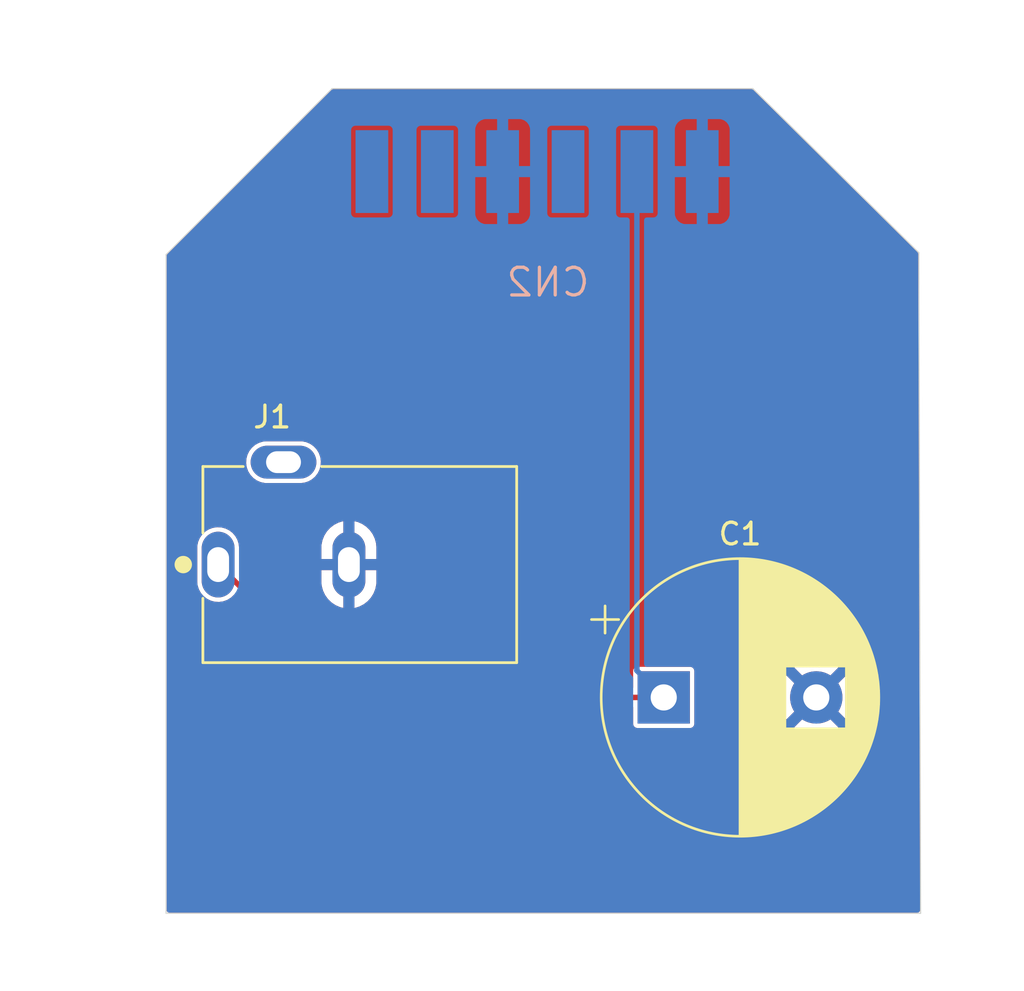
<source format=kicad_pcb>
(kicad_pcb (version 20211014) (generator pcbnew)
  (layers (0 "F.Cu" signal) (31 "B.Cu" signal) (34 "B.Paste" user) (35 "F.Paste" user) (36 "B.SilkS" user "B.Silkscreen") (37 "F.SilkS" user "F.Silkscreen") (38 "B.Mask" user) (39 "F.Mask" user) (44 "Edge.Cuts" user))
  (net 0 "")
  (net 1 "+5V")
  (net 2 "GND")
  (footprint "Capacitor_THT:CP_Radial_D12.5mm_P6.00mm" (layer "F.Cu") (at 146.266041 117.856)
    (fp_text reference "C1" (at 2.5 -7.5) (layer "F.SilkS"))
    (fp_text value "C_Polarized")
    (fp_line (start 5.501 -5.58) (end 5.501 -1.44) (layer "F.SilkS") (width 0.12))
    (fp_line (start 4.941 -5.845) (end 4.941 -1.44) (layer "F.SilkS") (width 0.12))
    (fp_line (start 3.701 -6.216) (end 3.701 -1.44) (layer "F.SilkS") (width 0.12))
    (fp_line (start 3.02 -6.309) (end 3.02 6.309) (layer "F.SilkS") (width 0.12))
    (fp_line (start -3.692082 -4.2) (end -3.692082 -2.95) (layer "F.SilkS") (width 0.12))
    (fp_line (start 4.341 -6.059) (end 4.341 -1.44) (layer "F.SilkS") (width 0.12))
    (fp_line (start 4.901 -5.861) (end 4.901 -1.44) (layer "F.SilkS") (width 0.12))
    (fp_line (start 5.181 -5.739) (end 5.181 -1.44) (layer "F.SilkS") (width 0.12))
    (fp_line (start 4.101 -6.126) (end 4.101 -1.44) (layer "F.SilkS") (width 0.12))
    (fp_line (start 8.661 -1.583) (end 8.661 1.583) (layer "F.SilkS") (width 0.12))
    (fp_line (start 3.741 1.44) (end 3.741 6.209) (layer "F.SilkS") (width 0.12))
    (fp_line (start 4.821 -5.893) (end 4.821 -1.44) (layer "F.SilkS") (width 0.12))
    (fp_line (start 2.62 -6.329) (end 2.62 6.329) (layer "F.SilkS") (width 0.12))
    (fp_line (start 4.021 -6.146) (end 4.021 -1.44) (layer "F.SilkS") (width 0.12))
    (fp_line (start 5.701 -5.468) (end 5.701 -1.44) (layer "F.SilkS") (width 0.12))
    (fp_line (start 2.58 -6.33) (end 2.58 6.33) (layer "F.SilkS") (width 0.12))
    (fp_line (start 2.7 -6.327) (end 2.7 6.327) (layer "F.SilkS") (width 0.12))
    (fp_line (start 5.861 -5.372) (end 5.861 -1.44) (layer "F.SilkS") (width 0.12))
    (fp_line (start 3.701 1.44) (end 3.701 6.216) (layer "F.SilkS") (width 0.12))
    (fp_line (start 5.861 1.44) (end 5.861 5.372) (layer "F.SilkS") (width 0.12))
    (fp_line (start 4.381 1.44) (end 4.381 6.047) (layer "F.SilkS") (width 0.12))
    (fp_line (start 4.741 1.44) (end 4.741 5.924) (layer "F.SilkS") (width 0.12))
    (fp_line (start 3.261 -6.285) (end 3.261 6.285) (layer "F.SilkS") (width 0.12))
    (fp_line (start 4.461 -6.021) (end 4.461 -1.44) (layer "F.SilkS") (width 0.12))
    (fp_line (start 8.701 -1.422) (end 8.701 1.422) (layer "F.SilkS") (width 0.12))
    (fp_line (start 4.541 -5.995) (end 4.541 -1.44) (layer "F.SilkS") (width 0.12))
    (fp_line (start 3.501 -6.252) (end 3.501 6.252) (layer "F.SilkS") (width 0.12))
    (fp_line (start 4.861 -5.877) (end 4.861 -1.44) (layer "F.SilkS") (width 0.12))
    (fp_line (start 8.861 -0.317) (end 8.861 0.317) (layer "F.SilkS") (width 0.12))
    (fp_line (start 5.221 -5.721) (end 5.221 -1.44) (layer "F.SilkS") (width 0.12))
    (fp_line (start 4.621 -5.967) (end 4.621 -1.44) (layer "F.SilkS") (width 0.12))
    (fp_line (start 5.141 1.44) (end 5.141 5.758) (layer "F.SilkS") (width 0.12))
    (fp_line (start 4.661 1.44) (end 4.661 5.953) (layer "F.SilkS") (width 0.12))
    (fp_line (start 5.381 1.44) (end 5.381 5.642) (layer "F.SilkS") (width 0.12))
    (fp_line (start 4.821 1.44) (end 4.821 5.893) (layer "F.SilkS") (width 0.12))
    (fp_line (start 6.101 1.44) (end 6.101 5.216) (layer "F.SilkS") (width 0.12))
    (fp_line (start 4.861 1.44) (end 4.861 5.877) (layer "F.SilkS") (width 0.12))
    (fp_line (start 5.621 -5.514) (end 5.621 -1.44) (layer "F.SilkS") (width 0.12))
    (fp_line (start 5.661 -5.491) (end 5.661 -1.44) (layer "F.SilkS") (width 0.12))
    (fp_line (start 3.661 -6.224) (end 3.661 -1.44) (layer "F.SilkS") (width 0.12))
    (fp_line (start 3.06 -6.306) (end 3.06 6.306) (layer "F.SilkS") (width 0.12))
    (fp_line (start 4.981 -5.828) (end 4.981 -1.44) (layer "F.SilkS") (width 0.12))
    (fp_line (start 5.061 1.44) (end 5.061 5.793) (layer "F.SilkS") (width 0.12))
    (fp_line (start 5.261 1.44) (end 5.261 5.702) (layer "F.SilkS") (width 0.12))
    (fp_line (start 4.501 -6.008) (end 4.501 -1.44) (layer "F.SilkS") (width 0.12))
    (fp_line (start 4.701 -5.939) (end 4.701 -1.44) (layer "F.SilkS") (width 0.12))
    (fp_line (start 2.98 -6.312) (end 2.98 6.312) (layer "F.SilkS") (width 0.12))
    (fp_line (start 8.501 -2.1) (end 8.501 2.1) (layer "F.SilkS") (width 0.12))
    (fp_line (start 4.781 -5.908) (end 4.781 -1.44) (layer "F.SilkS") (width 0.12))
    (fp_line (start 5.101 1.44) (end 5.101 5.776) (layer "F.SilkS") (width 0.12))
    (fp_line (start 3.541 -6.245) (end 3.541 6.245) (layer "F.SilkS") (width 0.12))
    (fp_line (start 5.781 -5.421) (end 5.781 -1.44) (layer "F.SilkS") (width 0.12))
    (fp_line (start 3.341 -6.275) (end 3.341 6.275) (layer "F.SilkS") (width 0.12))
    (fp_line (start 5.181 1.44) (end 5.181 5.739) (layer "F.SilkS") (width 0.12))
    (fp_line (start 4.981 1.44) (end 4.981 5.828) (layer "F.SilkS") (width 0.12))
    (fp_line (start 2.94 -6.315) (end 2.94 6.315) (layer "F.SilkS") (width 0.12))
    (fp_line (start 2.78 -6.324) (end 2.78 6.324) (layer "F.SilkS") (width 0.12))
    (fp_line (start 5.341 -5.662) (end 5.341 -1.44) (layer "F.SilkS") (width 0.12))
    (fp_line (start 5.261 -5.702) (end 5.261 -1.44) (layer "F.SilkS") (width 0.12))
    (fp_line (start 5.021 -5.811) (end 5.021 -1.44) (layer "F.SilkS") (width 0.12))
    (fp_line (start 3.221 -6.29) (end 3.221 6.29) (layer "F.SilkS") (width 0.12))
    (fp_line (start 5.301 -5.682) (end 5.301 -1.44) (layer "F.SilkS") (width 0.12))
    (fp_line (start 4.261 1.44) (end 4.261 6.083) (layer "F.SilkS") (width 0.12))
    (fp_line (start 3.661 1.44) (end 3.661 6.224) (layer "F.SilkS") (width 0.12))
    (fp_line (start 5.581 1.44) (end 5.581 5.536) (layer "F.SilkS") (width 0.12))
    (fp_line (start 3.941 -6.166) (end 3.941 -1.44) (layer "F.SilkS") (width 0.12))
    (fp_line (start 3.821 -6.192) (end 3.821 -1.44) (layer "F.SilkS") (width 0.12))
    (fp_line (start 5.301 1.44) (end 5.301 5.682) (layer "F.SilkS") (width 0.12))
    (fp_line (start 3.861 -6.184) (end 3.861 -1.44) (layer "F.SilkS") (width 0.12))
    (fp_line (start 5.221 1.44) (end 5.221 5.721) (layer "F.SilkS") (width 0.12))
    (fp_line (start 4.781 1.44) (end 4.781 5.908) (layer "F.SilkS") (width 0.12))
    (fp_line (start 4.301 1.44) (end 4.301 6.071) (layer "F.SilkS") (width 0.12))
    (fp_line (start 4.661 -5.953) (end 4.661 -1.44) (layer "F.SilkS") (width 0.12))
    (fp_line (start 4.421 1.44) (end 4.421 6.034) (layer "F.SilkS") (width 0.12))
    (fp_line (start 6.021 1.44) (end 6.021 5.27) (layer "F.SilkS") (width 0.12))
    (fp_line (start 6.101 -5.216) (end 6.101 -1.44) (layer "F.SilkS") (width 0.12))
    (fp_line (start 8.581 -1.861) (end 8.581 1.861) (layer "F.SilkS") (width 0.12))
    (fp_line (start 3.941 1.44) (end 3.941 6.166) (layer "F.SilkS") (width 0.12))
    (fp_line (start 2.5 -6.33) (end 2.5 6.33) (layer "F.SilkS") (width 0.12))
    (fp_line (start 8.541 -1.984) (end 8.541 1.984) (layer "F.SilkS") (width 0.12))
    (fp_line (start 6.061 -5.243) (end 6.061 -1.44) (layer "F.SilkS") (width 0.12))
    (fp_line (start 5.901 1.44) (end 5.901 5.347) (layer "F.SilkS") (width 0.12))
    (fp_line (start 5.341 1.44) (end 5.341 5.662) (layer "F.SilkS") (width 0.12))
    (fp_line (start 5.941 1.44) (end 5.941 5.322) (layer "F.SilkS") (width 0.12))
    (fp_line (start 3.861 1.44) (end 3.861 6.184) (layer "F.SilkS") (width 0.12))
    (fp_line (start -4.317082 -3.575) (end -3.067082 -3.575) (layer "F.SilkS") (width 0.12))
    (fp_line (start 5.981 -5.296) (end 5.981 -1.44) (layer "F.SilkS") (width 0.12))
    (fp_line (start 3.421 -6.264) (end 3.421 6.264) (layer "F.SilkS") (width 0.12))
    (fp_line (start 2.9 -6.318) (end 2.9 6.318) (layer "F.SilkS") (width 0.12))
    (fp_line (start 4.061 1.44) (end 4.061 6.137) (layer "F.SilkS") (width 0.12))
    (fp_line (start 6.061 1.44) (end 6.061 5.243) (layer "F.SilkS") (width 0.12))
    (fp_line (start 5.981 1.44) (end 5.981 5.296) (layer "F.SilkS") (width 0.12))
    (fp_line (start 4.301 -6.071) (end 4.301 -1.44) (layer "F.SilkS") (width 0.12))
    (fp_line (start 6.141 -5.188) (end 6.141 -1.44) (layer "F.SilkS") (width 0.12))
    (fp_line (start 5.661 1.44) (end 5.661 5.491) (layer "F.SilkS") (width 0.12))
    (fp_line (start 5.581 -5.536) (end 5.581 -1.44) (layer "F.SilkS") (width 0.12))
    (fp_line (start 4.741 -5.924) (end 4.741 -1.44) (layer "F.SilkS") (width 0.12))
    (fp_line (start 5.461 1.44) (end 5.461 5.601) (layer "F.SilkS") (width 0.12))
    (fp_line (start 3.18 -6.294) (end 3.18 6.294) (layer "F.SilkS") (width 0.12))
    (fp_line (start 4.621 1.44) (end 4.621 5.967) (layer "F.SilkS") (width 0.12))
    (fp_line (start 4.181 1.44) (end 4.181 6.105) (layer "F.SilkS") (width 0.12))
    (fp_line (start 5.741 1.44) (end 5.741 5.445) (layer "F.SilkS") (width 0.12))
    (fp_line (start 3.741 -6.209) (end 3.741 -1.44) (layer "F.SilkS") (width 0.12))
    (fp_line (start 5.701 1.44) (end 5.701 5.468) (layer "F.SilkS") (width 0.12))
    (fp_line (start 8.621 -1.728) (end 8.621 1.728) (layer "F.SilkS") (width 0.12))
    (fp_line (start 5.901 -5.347) (end 5.901 -1.44) (layer "F.SilkS") (width 0.12))
    (fp_line (start 3.1 -6.302) (end 3.1 6.302) (layer "F.SilkS") (width 0.12))
    (fp_line (start 5.621 1.44) (end 5.621 5.514) (layer "F.SilkS") (width 0.12))
    (fp_line (start 3.581 -6.238) (end 3.581 -1.44) (layer "F.SilkS") (width 0.12))
    (fp_line (start 3.901 -6.175) (end 3.901 -1.44) (layer "F.SilkS") (width 0.12))
    (fp_line (start 4.061 -6.137) (end 4.061 -1.44) (layer "F.SilkS") (width 0.12))
    (fp_line (start 3.461 -6.258) (end 3.461 6.258) (layer "F.SilkS") (width 0.12))
    (fp_line (start 4.901 1.44) (end 4.901 5.861) (layer "F.SilkS") (width 0.12))
    (fp_line (start 5.461 -5.601) (end 5.461 -1.44) (layer "F.SilkS") (width 0.12))
    (fp_line (start 4.181 -6.105) (end 4.181 -1.44) (layer "F.SilkS") (width 0.12))
    (fp_line (start 5.821 -5.397) (end 5.821 -1.44) (layer "F.SilkS") (width 0.12))
    (fp_line (start 3.14 -6.298) (end 3.14 6.298) (layer "F.SilkS") (width 0.12))
    (fp_line (start 8.781 -1.028) (end 8.781 1.028) (layer "F.SilkS") (width 0.12))
    (fp_line (start 4.261 -6.083) (end 4.261 -1.44) (layer "F.SilkS") (width 0.12))
    (fp_line (start 8.421 -2.312) (end 8.421 2.312) (layer "F.SilkS") (width 0.12))
    (fp_line (start 5.541 -5.558) (end 5.541 -1.44) (layer "F.SilkS") (width 0.12))
    (fp_line (start 5.101 -5.776) (end 5.101 -1.44) (layer "F.SilkS") (width 0.12))
    (fp_line (start 5.541 1.44) (end 5.541 5.558) (layer "F.SilkS") (width 0.12))
    (fp_line (start 6.021 -5.27) (end 6.021 -1.44) (layer "F.SilkS") (width 0.12))
    (fp_line (start 3.781 1.44) (end 3.781 6.201) (layer "F.SilkS") (width 0.12))
    (fp_line (start 4.341 1.44) (end 4.341 6.059) (layer "F.SilkS") (width 0.12))
    (fp_line (start 2.82 -6.322) (end 2.82 6.322) (layer "F.SilkS") (width 0.12))
    (fp_line (start 8.821 -0.757) (end 8.821 0.757) (layer "F.SilkS") (width 0.12))
    (fp_line (start 4.461 1.44) (end 4.461 6.021) (layer "F.SilkS") (width 0.12))
    (fp_line (start 4.501 1.44) (end 4.501 6.008) (layer "F.SilkS") (width 0.12))
    (fp_line (start 5.421 1.44) (end 5.421 5.622) (layer "F.SilkS") (width 0.12))
    (fp_line (start 3.381 -6.269) (end 3.381 6.269) (layer "F.SilkS") (width 0.12))
    (fp_line (start 8.741 -1.241) (end 8.741 1.241) (layer "F.SilkS") (width 0.12))
    (fp_line (start 4.141 -6.116) (end 4.141 -1.44) (layer "F.SilkS") (width 0.12))
    (fp_line (start 2.74 -6.326) (end 2.74 6.326) (layer "F.SilkS") (width 0.12))
    (fp_line (start 5.141 -5.758) (end 5.141 -1.44) (layer "F.SilkS") (width 0.12))
    (fp_line (start 2.66 -6.328) (end 2.66 6.328) (layer "F.SilkS") (width 0.12))
    (fp_line (start 4.541 1.44) (end 4.541 5.995) (layer "F.SilkS") (width 0.12))
    (fp_line (start 5.821 1.44) (end 5.821 5.397) (layer "F.SilkS") (width 0.12))
    (fp_line (start 4.381 -6.047) (end 4.381 -1.44) (layer "F.SilkS") (width 0.12))
    (fp_line (start 4.221 -6.094) (end 4.221 -1.44) (layer "F.SilkS") (width 0.12))
    (fp_line (start 3.621 -6.231) (end 3.621 -1.44) (layer "F.SilkS") (width 0.12))
    (fp_line (start 4.101 1.44) (end 4.101 6.126) (layer "F.SilkS") (width 0.12))
    (fp_line (start 4.021 1.44) (end 4.021 6.146) (layer "F.SilkS") (width 0.12))
    (fp_line (start 4.221 1.44) (end 4.221 6.094) (layer "F.SilkS") (width 0.12))
    (fp_line (start 4.141 1.44) (end 4.141 6.116) (layer "F.SilkS") (width 0.12))
    (fp_line (start 5.941 -5.322) (end 5.941 -1.44) (layer "F.SilkS") (width 0.12))
    (fp_line (start 3.981 1.44) (end 3.981 6.156) (layer "F.SilkS") (width 0.12))
    (fp_line (start 5.021 1.44) (end 5.021 5.811) (layer "F.SilkS") (width 0.12))
    (fp_line (start 4.941 1.44) (end 4.941 5.845) (layer "F.SilkS") (width 0.12))
    (fp_line (start 4.421 -6.034) (end 4.421 -1.44) (layer "F.SilkS") (width 0.12))
    (fp_line (start 3.301 -6.28) (end 3.301 6.28) (layer "F.SilkS") (width 0.12))
    (fp_line (start 2.54 -6.33) (end 2.54 6.33) (layer "F.SilkS") (width 0.12))
    (fp_line (start 3.621 1.44) (end 3.621 6.231) (layer "F.SilkS") (width 0.12))
    (fp_line (start 5.741 -5.445) (end 5.741 -1.44) (layer "F.SilkS") (width 0.12))
    (fp_line (start 3.581 1.44) (end 3.581 6.238) (layer "F.SilkS") (width 0.12))
    (fp_line (start 8.461 -2.209) (end 8.461 2.209) (layer "F.SilkS") (width 0.12))
    (fp_line (start 4.581 -5.981) (end 4.581 -1.44) (layer "F.SilkS") (width 0.12))
    (fp_line (start 3.821 1.44) (end 3.821 6.192) (layer "F.SilkS") (width 0.12))
    (fp_line (start 2.86 -6.32) (end 2.86 6.32) (layer "F.SilkS") (width 0.12))
    (fp_line (start 3.981 -6.156) (end 3.981 -1.44) (layer "F.SilkS") (width 0.12))
    (fp_line (start 3.781 -6.201) (end 3.781 -1.44) (layer "F.SilkS") (width 0.12))
    (fp_line (start 4.701 1.44) (end 4.701 5.939) (layer "F.SilkS") (width 0.12))
    (fp_line (start 3.901 1.44) (end 3.901 6.175) (layer "F.SilkS") (width 0.12))
    (fp_line (start 6.141 1.44) (end 6.141 5.188) (layer "F.SilkS") (width 0.12))
    (fp_line (start 5.781 1.44) (end 5.781 5.421) (layer "F.SilkS") (width 0.12))
    (fp_line (start 5.381 -5.642) (end 5.381 -1.44) (layer "F.SilkS") (width 0.12))
    (fp_line (start 5.421 -5.622) (end 5.421 -1.44) (layer "F.SilkS") (width 0.12))
    (fp_line (start 4.581 1.44) (end 4.581 5.981) (layer "F.SilkS") (width 0.12))
    (fp_line (start 5.061 -5.793) (end 5.061 -1.44) (layer "F.SilkS") (width 0.12))
    (fp_line (start 5.501 1.44) (end 5.501 5.58) (layer "F.SilkS") (width 0.12))
    (fp_rect (start 3.581 -1.44) (end 4.561 1.44) (layer "F.SilkS") (width 0.12) (fill solid))
    (fp_rect (start 7.45 -1.44) (end 7.62 1.44) (layer "F.SilkS") (width 0.12) (fill solid))
    (fp_circle (center 2.5 0) (end 8.87 0) (layer "F.SilkS") (width 0.12) (fill none))
    (fp_poly (pts (xy 7.381 4.055) (xy 6.141 5.188) (xy 6.141 1.44) (xy 7.62 1.44)) (layer "F.SilkS") (width 0.12) (fill solid))
    (fp_poly (pts (xy 7.381 -4.055) (xy 7.62 -1.44) (xy 6.141 -1.44) (xy 6.141 -5.188)) (layer "F.SilkS") (width 0.12) (fill solid))
    (fp_poly (pts (xy 8.421 -2.312) (xy 8.421 2.312) (xy 7.381 4.055) (xy 7.381 -4.055)) (layer "F.SilkS") (width 0.12) (fill solid))
    (pad "1" thru_hole rect (at -1 0) (size 2.4 2.4) (drill 1.2) (layers *.Cu *.Mask) (net 1 "+5V"))
    (pad "2" thru_hole circle (at 6 0) (size 2.4 2.4) (drill 1.2) (layers *.Cu *.Mask) (net 2 "GND"))
  )
  (footprint "PJ-102AH:PJ-102AH" (layer "F.Cu") (at 131.318 111.76)
    (fp_text reference "J1" (at -4.01986 -6.77319) (layer "F.SilkS") (effects (font (size 1.001213 1.001213))))
    (fp_text value "PJ-102AH")
    (fp_line (start -7.2 4.5) (end -7.2 1.55) (layer "F.SilkS") (width 0.127))
    (fp_line (start -1.75 -4.5) (end 7.2 -4.5) (layer "F.SilkS") (width 0.127))
    (fp_line (start 7.2 4.5) (end -7.2 4.5) (layer "F.SilkS") (width 0.127))
    (fp_line (start -7.2 -4.5) (end -5.35 -4.5) (layer "F.SilkS") (width 0.127))
    (fp_line (start -7.2 -1.45) (end -7.2 -4.5) (layer "F.SilkS") (width 0.127))
    (fp_line (start 7.2 -4.5) (end 7.2 4.5) (layer "F.SilkS") (width 0.127))
    (fp_circle (center -8.1 0) (end -7.9 0) (layer "F.SilkS") (width 0.4) (fill none))
    (pad "1" thru_hole oval (at -6.5 0) (size 1.508 3.016) (drill oval 1 1.6) (layers *.Cu *.Mask) (net 1 "+5V"))
    (pad "2" thru_hole oval (at -0.5 0) (size 1.508 3.016) (drill oval 1 1.6) (layers *.Cu *.Mask) (net 2 "GND"))
    (pad "3" thru_hole oval (at -3.5 -4.7) (size 3.016 1.508) (drill oval 1.6 1) (layers *.Cu *.Mask))
  )
  (footprint "Adafruit NeoPixel 8 Stick:1X4-SMT" (layer "B.Cu") (at 139.954 93.726 180)
    (fp_text reference "CN2" (at 0 -5.08) (layer "B.SilkS") (effects (font (size 1.27 1.27)) (justify mirror)))
    (fp_text value "1X4SMT")
    (pad "1" smd rect (at -7.08 0 180) (size 1.5 3.8) (layers "B.Cu" "B.Paste" "B.Mask") (net 2 "GND"))
    (pad "2" smd rect (at -4.08 0 180) (size 1.5 3.8) (layers "B.Cu" "B.Paste" "B.Mask") (net 1 "+5V"))
    (pad "3" smd rect (at -0.92 0 180) (size 1.5 3.8) (layers "B.Cu" "B.Paste" "B.Mask"))
    (pad "4" smd rect (at 2.08 0 180) (size 1.5 3.8) (layers "B.Cu" "B.Paste" "B.Mask") (net 2 "GND"))
    (pad "5" smd rect (at 5.08 0 180) (size 1.5 3.8) (layers "B.Cu" "B.Paste" "B.Mask"))
    (pad "6" smd rect (at 8.08 0 180) (size 1.5 3.8) (layers "B.Cu" "B.Paste" "B.Mask"))
  )
  (gr_line (start 130.048 89.915998) (end 149.352 89.915999) (layer "Edge.Cuts") (width 0.05))
  (gr_line (start 122.428 97.536) (end 122.428 127.762) (layer "Edge.Cuts") (width 0.05))
  (gr_line (start 149.352 89.915999) (end 156.972 97.45) (layer "Edge.Cuts") (width 0.05))
  (gr_line (start 122.428 127.762) (end 157.054 127.762) (layer "Edge.Cuts") (width 0.05))
  (gr_line (start 156.972 97.45) (end 157.054 127.762) (layer "Edge.Cuts") (width 0.05))
  (gr_line (start 122.428 97.536) (end 130.048 89.915998) (layer "Edge.Cuts") (width 0.05))
  (segment (start 130.914 117.856) (end 145.266041 117.856) (width 0.25) (layer "F.Cu") (net 1))
  (segment (start 124.818 111.76) (end 130.914 117.856) (width 0.25) (layer "F.Cu") (net 1))
  (segment (start 144.034 116.623959) (end 145.266041 117.856) (width 0.25) (layer "B.Cu") (net 1))
  (segment (start 144.034 93.726) (end 144.034 116.623959) (width 0.25) (layer "B.Cu") (net 1))
  (zone (net 2) (net_name "GND") (layers F&B.Cu) (connect_pads (clearance 0.000001)) (min_thickness 0.254) (fill yes (thermal_gap 0.508) (thermal_bridge_width 0.508))
    (polygon (pts (xy 161.798 131.318) (xy 114.808 131.318) (xy 114.808 85.852) (xy 161.798 85.852)))
  )
)
</source>
